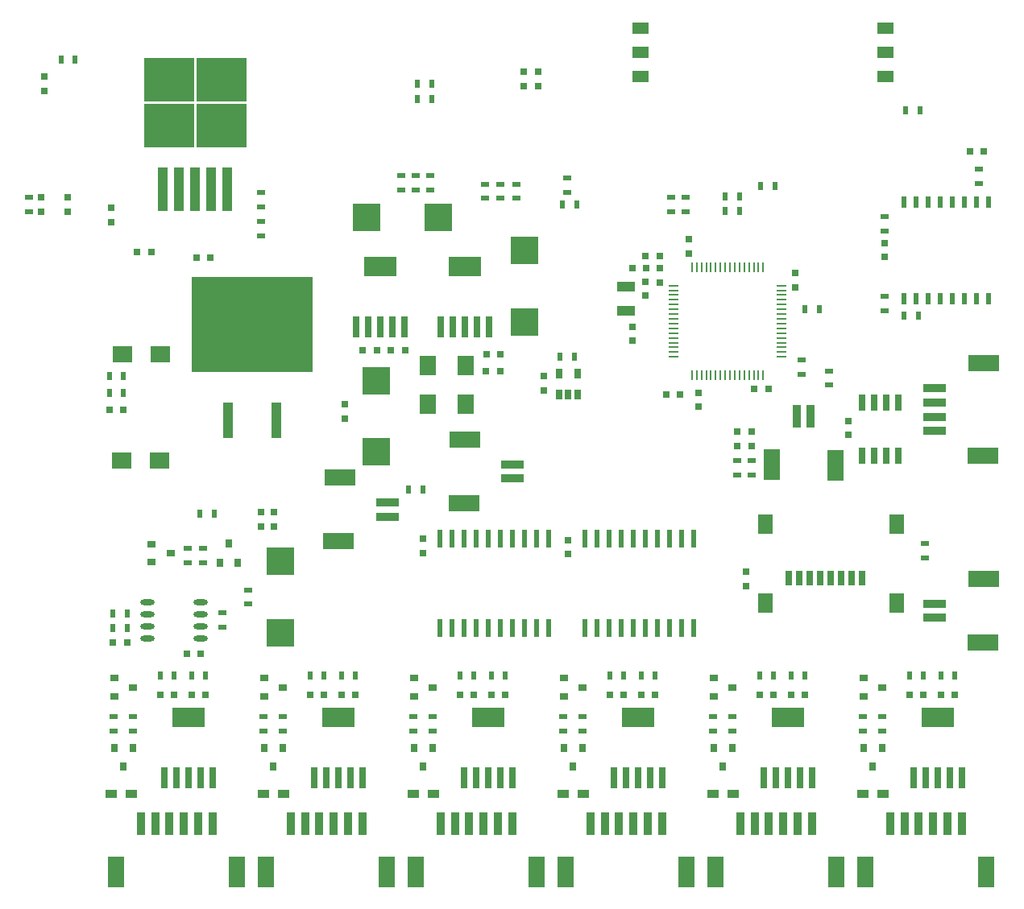
<source format=gbr>
G04 #@! TF.FileFunction,Paste,Top*
%FSLAX46Y46*%
G04 Gerber Fmt 4.6, Leading zero omitted, Abs format (unit mm)*
G04 Created by KiCad (PCBNEW 4.0.6) date 09/05/17 21:18:10*
%MOMM*%
%LPD*%
G01*
G04 APERTURE LIST*
%ADD10C,0.100000*%
%ADD11R,1.700000X1.300000*%
%ADD12R,1.000000X0.250000*%
%ADD13R,0.250000X1.000000*%
%ADD14R,0.750000X0.800000*%
%ADD15R,1.900000X1.100000*%
%ADD16R,1.100000X4.600000*%
%ADD17R,5.250000X4.550000*%
%ADD18R,0.508000X1.143000*%
%ADD19R,0.650000X1.060000*%
%ADD20O,1.473200X0.609600*%
%ADD21R,0.600000X1.950000*%
%ADD22R,0.900000X0.800000*%
%ADD23R,0.800000X0.900000*%
%ADD24R,0.500000X0.900000*%
%ADD25R,0.900000X0.500000*%
%ADD26R,1.700000X2.000000*%
%ADD27R,2.000000X1.700000*%
%ADD28R,1.200000X0.900000*%
%ADD29R,0.800000X0.800000*%
%ADD30R,0.800000X0.750000*%
%ADD31R,3.000000X3.000000*%
%ADD32R,1.500000X2.000000*%
%ADD33R,0.800000X1.500000*%
%ADD34R,12.700000X10.000000*%
%ADD35R,1.100000X3.800000*%
%ADD36R,0.900000X2.400000*%
%ADD37R,1.800000X3.300000*%
%ADD38R,0.650000X2.200000*%
%ADD39R,3.450000X2.150000*%
%ADD40R,2.400000X0.900000*%
%ADD41R,3.300000X1.800000*%
%ADD42R,0.650000X1.750000*%
G04 APERTURE END LIST*
D10*
D11*
X168820000Y-56772000D03*
X194520000Y-56772000D03*
X168820000Y-61852000D03*
X168820000Y-59312000D03*
X194520000Y-59312000D03*
X194520000Y-61852000D03*
D12*
X172244840Y-83868040D03*
X172244840Y-84368040D03*
X172244840Y-84868040D03*
X172244840Y-85368040D03*
X172244840Y-85868040D03*
X172244840Y-86368040D03*
X172244840Y-86868040D03*
X172244840Y-87368040D03*
X172244840Y-87868040D03*
X172244840Y-88368040D03*
X172244840Y-88868040D03*
X172244840Y-89368040D03*
X172244840Y-89868040D03*
X172244840Y-90368040D03*
X172244840Y-90868040D03*
X172244840Y-91368040D03*
D13*
X174194840Y-93318040D03*
X174694840Y-93318040D03*
X175194840Y-93318040D03*
X175694840Y-93318040D03*
X176194840Y-93318040D03*
X176694840Y-93318040D03*
X177194840Y-93318040D03*
X177694840Y-93318040D03*
X178194840Y-93318040D03*
X178694840Y-93318040D03*
X179194840Y-93318040D03*
X179694840Y-93318040D03*
X180194840Y-93318040D03*
X180694840Y-93318040D03*
X181194840Y-93318040D03*
X181694840Y-93318040D03*
D12*
X183644840Y-91368040D03*
X183644840Y-90868040D03*
X183644840Y-90368040D03*
X183644840Y-89868040D03*
X183644840Y-89368040D03*
X183644840Y-88868040D03*
X183644840Y-88368040D03*
X183644840Y-87868040D03*
X183644840Y-87368040D03*
X183644840Y-86868040D03*
X183644840Y-86368040D03*
X183644840Y-85868040D03*
X183644840Y-85368040D03*
X183644840Y-84868040D03*
X183644840Y-84368040D03*
X183644840Y-83868040D03*
D13*
X181694840Y-81918040D03*
X181194840Y-81918040D03*
X180694840Y-81918040D03*
X180194840Y-81918040D03*
X179694840Y-81918040D03*
X179194840Y-81918040D03*
X178694840Y-81918040D03*
X178194840Y-81918040D03*
X177694840Y-81918040D03*
X177194840Y-81918040D03*
X176694840Y-81918040D03*
X176194840Y-81918040D03*
X175694840Y-81918040D03*
X175194840Y-81918040D03*
X174694840Y-81918040D03*
X174194840Y-81918040D03*
D14*
X173880840Y-80494040D03*
X173880840Y-78994040D03*
D15*
X167288840Y-86506040D03*
X167288840Y-84006040D03*
D16*
X118600000Y-73775000D03*
X120300000Y-73775000D03*
X122000000Y-73775000D03*
X123700000Y-73775000D03*
X125400000Y-73775000D03*
D17*
X124775000Y-62200000D03*
X119225000Y-67050000D03*
X119225000Y-62200000D03*
X124775000Y-67050000D03*
D18*
X196506000Y-85220000D03*
X197776000Y-85220000D03*
X199046000Y-85220000D03*
X200316000Y-85220000D03*
X201586000Y-85220000D03*
X202856000Y-85220000D03*
X204126000Y-85220000D03*
X205396000Y-85220000D03*
X205396000Y-75060000D03*
X204126000Y-75060000D03*
X202856000Y-75060000D03*
X201586000Y-75060000D03*
X200316000Y-75060000D03*
X199046000Y-75060000D03*
X197776000Y-75060000D03*
X196506000Y-75060000D03*
D19*
X160250000Y-95337000D03*
X161200000Y-95337000D03*
X162150000Y-95337000D03*
X162150000Y-93137000D03*
X160250000Y-93137000D03*
D20*
X117018000Y-117135242D03*
X117018000Y-118405242D03*
X117018000Y-119675242D03*
X117018000Y-120945242D03*
X122606000Y-120945242D03*
X122606000Y-119675242D03*
X122606000Y-118405242D03*
X122606000Y-117135242D03*
D21*
X162966600Y-119846280D03*
X164236600Y-119846280D03*
X165506600Y-119846280D03*
X166776600Y-119846280D03*
X168046600Y-119846280D03*
X169316600Y-119846280D03*
X170586600Y-119846280D03*
X171856600Y-119846280D03*
X173126600Y-119846280D03*
X174396600Y-119846280D03*
X174396600Y-110446280D03*
X173126600Y-110446280D03*
X171856600Y-110446280D03*
X170586600Y-110446280D03*
X169316600Y-110446280D03*
X168046600Y-110446280D03*
X166776600Y-110446280D03*
X165506600Y-110446280D03*
X164236600Y-110446280D03*
X162966600Y-110446280D03*
X147726600Y-119846280D03*
X148996600Y-119846280D03*
X150266600Y-119846280D03*
X151536600Y-119846280D03*
X152806600Y-119846280D03*
X154076600Y-119846280D03*
X155346600Y-119846280D03*
X156616600Y-119846280D03*
X157886600Y-119846280D03*
X159156600Y-119846280D03*
X159156600Y-110446280D03*
X157886600Y-110446280D03*
X156616600Y-110446280D03*
X155346600Y-110446280D03*
X154076600Y-110446280D03*
X152806600Y-110446280D03*
X151536600Y-110446280D03*
X150266600Y-110446280D03*
X148996600Y-110446280D03*
X147726600Y-110446280D03*
D22*
X192218000Y-125164000D03*
X192218000Y-127064000D03*
X194218000Y-126114000D03*
X176470000Y-125164000D03*
X176470000Y-127064000D03*
X178470000Y-126114000D03*
X160722000Y-125164000D03*
X160722000Y-127064000D03*
X162722000Y-126114000D03*
X144974000Y-125164000D03*
X144974000Y-127064000D03*
X146974000Y-126114000D03*
X129226000Y-125164000D03*
X129226000Y-127064000D03*
X131226000Y-126114000D03*
X113478000Y-125164000D03*
X113478000Y-127064000D03*
X115478000Y-126114000D03*
D23*
X194168000Y-132480000D03*
X192268000Y-132480000D03*
X193218000Y-134480000D03*
X178420000Y-132480000D03*
X176520000Y-132480000D03*
X177470000Y-134480000D03*
X162672000Y-132480000D03*
X160772000Y-132480000D03*
X161722000Y-134480000D03*
X146924000Y-132480000D03*
X145024000Y-132480000D03*
X145974000Y-134480000D03*
X131176000Y-132480000D03*
X129276000Y-132480000D03*
X130226000Y-134480000D03*
D24*
X196657000Y-65408000D03*
X198157000Y-65408000D03*
D25*
X104494500Y-74564000D03*
X104494500Y-76064000D03*
D24*
X187604000Y-86363000D03*
X186104000Y-86363000D03*
D25*
X128956000Y-78604000D03*
X128956000Y-77104000D03*
X128956000Y-75556000D03*
X128956000Y-74056000D03*
X188632000Y-94340000D03*
X188632000Y-92840000D03*
D24*
X107898000Y-60084000D03*
X109398000Y-60084000D03*
D25*
X122846000Y-113009000D03*
X122846000Y-111509000D03*
D24*
X196506000Y-86998000D03*
X198006000Y-86998000D03*
D25*
X121195000Y-111509000D03*
X121195000Y-113009000D03*
X204380000Y-71655000D03*
X204380000Y-73155000D03*
X194474000Y-76608000D03*
X194474000Y-78108000D03*
D24*
X179202840Y-74537040D03*
X177702840Y-74537040D03*
X179202840Y-76061040D03*
X177702840Y-76061040D03*
D25*
X127559000Y-117377000D03*
X127559000Y-115877000D03*
D24*
X145936000Y-105286000D03*
X144436000Y-105286000D03*
D25*
X172009000Y-76078000D03*
X172009000Y-74578000D03*
X173519000Y-74578000D03*
X173519000Y-76078000D03*
X180504000Y-103762000D03*
X180504000Y-102262000D03*
X178980000Y-103762000D03*
X178980000Y-102262000D03*
X198665000Y-111013000D03*
X198665000Y-112513000D03*
D24*
X161835000Y-91316000D03*
X160335000Y-91316000D03*
D25*
X124892000Y-119790242D03*
X124892000Y-118290242D03*
D24*
X112966000Y-95126000D03*
X114466000Y-95126000D03*
X114466000Y-93348000D03*
X112966000Y-93348000D03*
X200342000Y-124844000D03*
X201842000Y-124844000D03*
X184594000Y-124844000D03*
X186094000Y-124844000D03*
X168846000Y-124844000D03*
X170346000Y-124844000D03*
X153098000Y-124844000D03*
X154598000Y-124844000D03*
X137350000Y-124844000D03*
X138850000Y-124844000D03*
X121602000Y-124844000D03*
X123102000Y-124844000D03*
X197040000Y-124844000D03*
X198540000Y-124844000D03*
X181292000Y-124844000D03*
X182792000Y-124844000D03*
X165544000Y-124844000D03*
X167044000Y-124844000D03*
X149796000Y-124844000D03*
X151296000Y-124844000D03*
X134048000Y-124844000D03*
X135548000Y-124844000D03*
X118300000Y-124844000D03*
X119800000Y-124844000D03*
D25*
X192202000Y-130674000D03*
X192202000Y-129174000D03*
X176454000Y-130674000D03*
X176454000Y-129174000D03*
X160706000Y-130674000D03*
X160706000Y-129174000D03*
X144958000Y-130674000D03*
X144958000Y-129174000D03*
X129210000Y-130674000D03*
X129210000Y-129174000D03*
X113462000Y-130674000D03*
X113462000Y-129174000D03*
X194234000Y-130674000D03*
X194234000Y-129174000D03*
X178486000Y-130674000D03*
X178486000Y-129174000D03*
X162738000Y-130674000D03*
X162738000Y-129174000D03*
X146990000Y-130674000D03*
X146990000Y-129174000D03*
X131242000Y-130674000D03*
X131242000Y-129174000D03*
X115494000Y-130674000D03*
X115494000Y-129174000D03*
D26*
X146456600Y-96318280D03*
X146456600Y-92318280D03*
X150393600Y-96318280D03*
X150393600Y-92318280D03*
D27*
X114274000Y-102238000D03*
X118274000Y-102238000D03*
X114351000Y-91088000D03*
X118351000Y-91088000D03*
D28*
X194318000Y-137290000D03*
X192118000Y-137290000D03*
X178570000Y-137290000D03*
X176370000Y-137290000D03*
X162822000Y-137290000D03*
X160622000Y-137290000D03*
X147074000Y-137290000D03*
X144874000Y-137290000D03*
X131326000Y-137290000D03*
X129126000Y-137290000D03*
X115324000Y-137290000D03*
X113124000Y-137290000D03*
D29*
X105828000Y-76076000D03*
X105828000Y-74576000D03*
X180504000Y-99214000D03*
X180504000Y-100714000D03*
X178980000Y-99214000D03*
X178980000Y-100714000D03*
D14*
X190678000Y-98085000D03*
X190678000Y-99585000D03*
X113194000Y-75707000D03*
X113194000Y-77207000D03*
X158039000Y-61370000D03*
X158039000Y-62870000D03*
X108636000Y-74564000D03*
X108636000Y-76064000D03*
X156515000Y-61394000D03*
X156515000Y-62894000D03*
X179869000Y-113946000D03*
X179869000Y-115446000D03*
D30*
X123610000Y-80902000D03*
X122110000Y-80902000D03*
D14*
X106145500Y-61886000D03*
X106145500Y-63386000D03*
X194474000Y-80878000D03*
X194474000Y-79378000D03*
X128942000Y-109211000D03*
X128942000Y-107711000D03*
X130275500Y-109211000D03*
X130275500Y-107711000D03*
D31*
X156628000Y-87694000D03*
X156628000Y-80194000D03*
X147545000Y-76711000D03*
X140045000Y-76711000D03*
D30*
X204888000Y-69726000D03*
X203388000Y-69726000D03*
X154102000Y-91088000D03*
X152602000Y-91088000D03*
X144045000Y-90707000D03*
X142545000Y-90707000D03*
X115859600Y-80317800D03*
X117359600Y-80317800D03*
D14*
X185056840Y-82579000D03*
X185056840Y-84079000D03*
D30*
X139624000Y-90707000D03*
X141124000Y-90707000D03*
X152578000Y-92866000D03*
X154078000Y-92866000D03*
D14*
X158660000Y-93372000D03*
X158660000Y-94872000D03*
D31*
X140995600Y-93876280D03*
X140995600Y-101376280D03*
D14*
X174896840Y-95123040D03*
X174896840Y-96623040D03*
X137705000Y-96344500D03*
X137705000Y-97844500D03*
X170832840Y-83542040D03*
X170832840Y-82042040D03*
D31*
X130974000Y-112845000D03*
X130974000Y-120345000D03*
D30*
X121094000Y-122596242D03*
X122594000Y-122596242D03*
D14*
X167945000Y-88191000D03*
X167945000Y-89691000D03*
D30*
X114466000Y-96904000D03*
X112966000Y-96904000D03*
X171479840Y-95365040D03*
X172979840Y-95365040D03*
X167923840Y-82030040D03*
X169423840Y-82030040D03*
D14*
X145940840Y-110490040D03*
X145940840Y-111990040D03*
X161180840Y-110617040D03*
X161180840Y-112117040D03*
D30*
X169320840Y-80760040D03*
X170820840Y-80760040D03*
D14*
X169308840Y-84939040D03*
X169308840Y-83439040D03*
D30*
X197040000Y-126876000D03*
X198540000Y-126876000D03*
X181292000Y-126876000D03*
X182792000Y-126876000D03*
X165544000Y-126876000D03*
X167044000Y-126876000D03*
X149796000Y-126876000D03*
X151296000Y-126876000D03*
X134048000Y-126876000D03*
X135548000Y-126876000D03*
X118300000Y-126876000D03*
X119800000Y-126876000D03*
X201842000Y-126876000D03*
X200342000Y-126876000D03*
X186094000Y-126876000D03*
X184594000Y-126876000D03*
X170346000Y-126876000D03*
X168846000Y-126876000D03*
X154598000Y-126876000D03*
X153098000Y-126876000D03*
X138850000Y-126876000D03*
X137350000Y-126876000D03*
X123102000Y-126876000D03*
X121602000Y-126876000D03*
D23*
X115428000Y-132480000D03*
X113528000Y-132480000D03*
X114478000Y-134480000D03*
D30*
X182270000Y-94730040D03*
X180770000Y-94730040D03*
D24*
X123989000Y-107826000D03*
X122489000Y-107826000D03*
D32*
X195744000Y-108924000D03*
X195744000Y-117224000D03*
X181944000Y-117224000D03*
X181944000Y-108924000D03*
D33*
X192044000Y-114624000D03*
X190944000Y-114624000D03*
X189844000Y-114624000D03*
X188744000Y-114624000D03*
X187644000Y-114624000D03*
X186544000Y-114624000D03*
X185444000Y-114624000D03*
X184344000Y-114624000D03*
D23*
X124563000Y-113001000D03*
X126463000Y-113001000D03*
X125513000Y-111001000D03*
D24*
X113347000Y-119891000D03*
X114847000Y-119891000D03*
D30*
X114847000Y-121415000D03*
X113347000Y-121415000D03*
D24*
X114847000Y-118367000D03*
X113347000Y-118367000D03*
D34*
X128000000Y-88000000D03*
D35*
X125460000Y-98000000D03*
X130540000Y-98000000D03*
D36*
X116301600Y-140450280D03*
X117801600Y-140450280D03*
X119301600Y-140450280D03*
X120801600Y-140450280D03*
X122301600Y-140450280D03*
X123801600Y-140450280D03*
D37*
X113701600Y-145500280D03*
X126401600Y-145500280D03*
D36*
X195041600Y-140450280D03*
X196541600Y-140450280D03*
X198041600Y-140450280D03*
X199541600Y-140450280D03*
X201041600Y-140450280D03*
X202541600Y-140450280D03*
D37*
X192441600Y-145500280D03*
X205141600Y-145500280D03*
D36*
X132049600Y-140450280D03*
X133549600Y-140450280D03*
X135049600Y-140450280D03*
X136549600Y-140450280D03*
X138049600Y-140450280D03*
X139549600Y-140450280D03*
D37*
X129449600Y-145500280D03*
X142149600Y-145500280D03*
D36*
X147797600Y-140450280D03*
X149297600Y-140450280D03*
X150797600Y-140450280D03*
X152297600Y-140450280D03*
X153797600Y-140450280D03*
X155297600Y-140450280D03*
D37*
X145197600Y-145500280D03*
X157897600Y-145500280D03*
D36*
X163545600Y-140450280D03*
X165045600Y-140450280D03*
X166545600Y-140450280D03*
X168045600Y-140450280D03*
X169545600Y-140450280D03*
X171045600Y-140450280D03*
D37*
X160945600Y-145500280D03*
X173645600Y-145500280D03*
D36*
X179293600Y-140450280D03*
X180793600Y-140450280D03*
X182293600Y-140450280D03*
X183793600Y-140450280D03*
X185293600Y-140450280D03*
X186793600Y-140450280D03*
D37*
X176693600Y-145500280D03*
X189393600Y-145500280D03*
D38*
X122606000Y-135601500D03*
X120066000Y-135601500D03*
D39*
X121336000Y-129301500D03*
D38*
X121336000Y-135601500D03*
X123876000Y-135601500D03*
X118796000Y-135601500D03*
X138354000Y-135601500D03*
X135814000Y-135601500D03*
D39*
X137084000Y-129301500D03*
D38*
X137084000Y-135601500D03*
X139624000Y-135601500D03*
X134544000Y-135601500D03*
X154102000Y-135601500D03*
X151562000Y-135601500D03*
D39*
X152832000Y-129301500D03*
D38*
X152832000Y-135601500D03*
X155372000Y-135601500D03*
X150292000Y-135601500D03*
X169850000Y-135601500D03*
X167310000Y-135601500D03*
D39*
X168580000Y-129301500D03*
D38*
X168580000Y-135601500D03*
X171120000Y-135601500D03*
X166040000Y-135601500D03*
X185598000Y-135601500D03*
X183058000Y-135601500D03*
D39*
X184328000Y-129301500D03*
D38*
X184328000Y-135601500D03*
X186868000Y-135601500D03*
X181788000Y-135601500D03*
X201346000Y-135601500D03*
X198806000Y-135601500D03*
D39*
X200076000Y-129301500D03*
D38*
X200076000Y-135601500D03*
X202616000Y-135601500D03*
X197536000Y-135601500D03*
X142710100Y-88184780D03*
X140170100Y-88184780D03*
D39*
X141440100Y-81884780D03*
D38*
X141440100Y-88184780D03*
X143980100Y-88184780D03*
X138900100Y-88184780D03*
X151600100Y-88184780D03*
X149060100Y-88184780D03*
D39*
X150330100Y-81884780D03*
D38*
X150330100Y-88184780D03*
X152870100Y-88184780D03*
X147790100Y-88184780D03*
D25*
X185711000Y-93221000D03*
X185711000Y-91721000D03*
D22*
X117417000Y-111067000D03*
X117417000Y-112967000D03*
X119417000Y-112017000D03*
D25*
X194488000Y-85016000D03*
X194488000Y-86516000D03*
D24*
X181419000Y-73435000D03*
X182919000Y-73435000D03*
D40*
X199725000Y-99156000D03*
X199725000Y-97656000D03*
X199725000Y-96156000D03*
X199725000Y-94656000D03*
D41*
X204775000Y-101756000D03*
X204875000Y-92056000D03*
D25*
X152451000Y-74705000D03*
X152451000Y-73205000D03*
X154102000Y-74705000D03*
X154102000Y-73205000D03*
X146736000Y-73804000D03*
X146736000Y-72304000D03*
X145212000Y-73804000D03*
X145212000Y-72304000D03*
X143688000Y-73792000D03*
X143688000Y-72292000D03*
X161087000Y-74046000D03*
X161087000Y-72546000D03*
D24*
X145363000Y-62640000D03*
X146863000Y-62640000D03*
X145363000Y-64291000D03*
X146863000Y-64291000D03*
X162079000Y-75340000D03*
X160579000Y-75340000D03*
D25*
X155753000Y-74705000D03*
X155753000Y-73205000D03*
D40*
X142234000Y-106673000D03*
X142234000Y-108173000D03*
D41*
X137184000Y-104073000D03*
X137084000Y-110773000D03*
D40*
X155372000Y-102669000D03*
X155372000Y-104169000D03*
D41*
X150322000Y-100069000D03*
X150222000Y-106769000D03*
D36*
X185181000Y-97622000D03*
X186681000Y-97622000D03*
D37*
X182581000Y-102672000D03*
X189281000Y-102772000D03*
D40*
X199711000Y-118815000D03*
X199711000Y-117315000D03*
D41*
X204761000Y-121415000D03*
X204861000Y-114715000D03*
D42*
X192075000Y-101768000D03*
X193345000Y-101768000D03*
X194615000Y-101768000D03*
X195885000Y-101768000D03*
X195885000Y-96168000D03*
X194615000Y-96168000D03*
X193345000Y-96168000D03*
X192075000Y-96168000D03*
M02*

</source>
